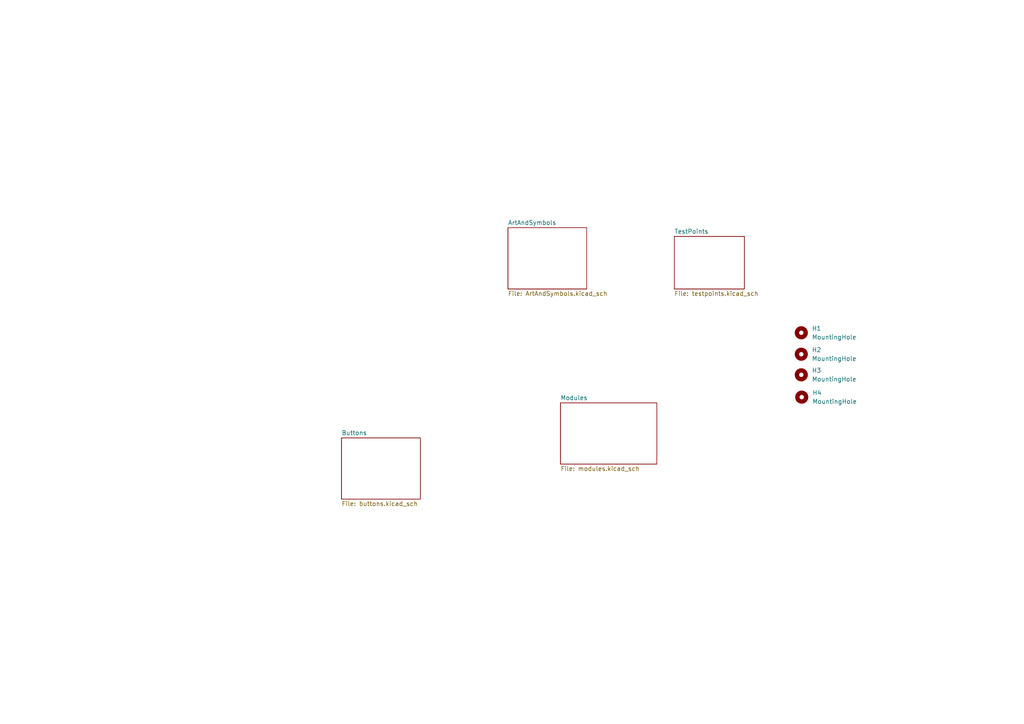
<source format=kicad_sch>
(kicad_sch (version 20250114) (generator "eeschema") (generator_version "9.0")
  (paper "A4")
  (lib_symbols
    (symbol "Mechanical:MountingHole" (pin_names (offset 1.016))
      (property "Reference" "H" (at 0 5.08 0))
      (property "Value" "MountingHole" (at 0 3.175 0))
      (symbol "MountingHole_0_1"
        (circle (center 0 0) (radius 1.27) (stroke (width 1.27)))
      )
    )
  )
  (symbol (lib_id "Mechanical:MountingHole") (at 232.537 115.189 0) (unit 1)
    (property "Reference" "H4" (at 235.585 113.9189 0) (effects (justify left)))
    (property "Value" "MountingHole" (at 235.585 116.4589 0) (effects (justify left)))
    (property "Footprint" "seedsigner-luckfox:MOUNT_HOLE_3MM" (effects (hide yes)))
  )
  (symbol (lib_id "Mechanical:MountingHole") (at 232.41 102.743 0) (unit 1)
    (property "Reference" "H2" (at 235.458 101.4729 0) (effects (justify left)))
    (property "Value" "MountingHole" (at 235.458 104.0129 0) (effects (justify left)))
    (property "Footprint" "seedsigner-luckfox:MOUNT_HOLE_3MM" (effects (hide yes)))
  )
  (symbol (lib_id "Mechanical:MountingHole") (at 232.41 96.52 0) (unit 1)
    (property "Reference" "H1" (at 235.458 95.2499 0) (effects (justify left)))
    (property "Value" "MountingHole" (at 235.458 97.7899 0) (effects (justify left)))
    (property "Footprint" "seedsigner-luckfox:MOUNT_HOLE_3MM" (effects (hide yes)))
  )
  (symbol (lib_id "Mechanical:MountingHole") (at 232.41 108.712 0) (unit 1)
    (property "Reference" "H3" (at 235.458 107.4419 0) (effects (justify left)))
    (property "Value" "MountingHole" (at 235.458 109.9819 0) (effects (justify left)))
    (property "Footprint" "seedsigner-luckfox:MOUNT_HOLE_3MM" (effects (hide yes)))
  )
  (sheet (at 99.06 127) (size 22.86 17.78) (stroke (width 0.1524))
    (property "Sheetname" "Buttons" (at 99.06 126.2884 0) (effects (justify left bottom)))
    (property "Sheetfile" "buttons.kicad_sch" (at 99.06 145.3646 0) (effects (justify left top)))
  )
  (sheet (at 162.56 116.84) (size 27.94 17.78) (stroke (width 0.1524))
    (property "Sheetname" "Modules" (at 162.56 116.1284 0) (effects (justify left bottom)))
    (property "Sheetfile" "modules.kicad_sch" (at 162.56 135.2046 0) (effects (justify left top)))
  )
  (sheet (at 147.32 66.04) (size 22.86 17.78) (stroke (width 0.1524))
    (property "Sheetname" "ArtAndSymbols" (at 147.32 65.3284 0) (effects (justify left bottom)))
    (property "Sheetfile" "ArtAndSymbols.kicad_sch" (at 147.32 84.4046 0) (effects (justify left top)))
  )
  (sheet (at 195.58 68.58) (size 20.32 15.24) (stroke (width 0.1524))
    (property "Sheetname" "TestPoints" (at 195.58 67.8684 0) (effects (justify left bottom)))
    (property "Sheetfile" "testpoints.kicad_sch" (at 195.58 84.4046 0) (effects (justify left top)))
  )
)
</source>
